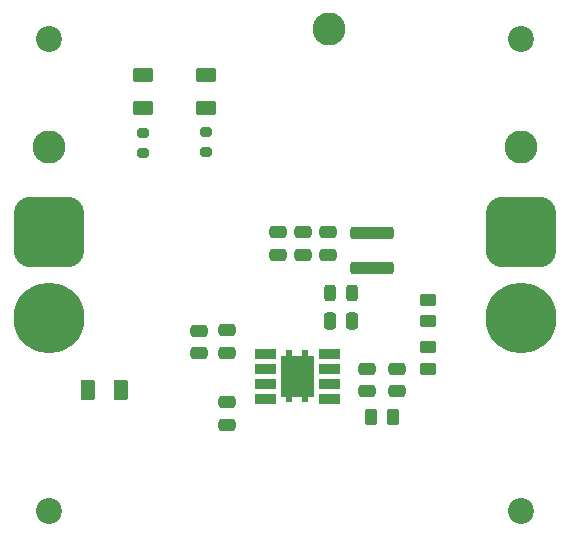
<source format=gbr>
%TF.GenerationSoftware,KiCad,Pcbnew,9.0.3*%
%TF.CreationDate,2025-09-19T13:58:25-05:00*%
%TF.ProjectId,galaxsea_26_pdb,67616c61-7873-4656-915f-32365f706462,rev?*%
%TF.SameCoordinates,Original*%
%TF.FileFunction,Soldermask,Top*%
%TF.FilePolarity,Negative*%
%FSLAX46Y46*%
G04 Gerber Fmt 4.6, Leading zero omitted, Abs format (unit mm)*
G04 Created by KiCad (PCBNEW 9.0.3) date 2025-09-19 13:58:25*
%MOMM*%
%LPD*%
G01*
G04 APERTURE LIST*
G04 Aperture macros list*
%AMRoundRect*
0 Rectangle with rounded corners*
0 $1 Rounding radius*
0 $2 $3 $4 $5 $6 $7 $8 $9 X,Y pos of 4 corners*
0 Add a 4 corners polygon primitive as box body*
4,1,4,$2,$3,$4,$5,$6,$7,$8,$9,$2,$3,0*
0 Add four circle primitives for the rounded corners*
1,1,$1+$1,$2,$3*
1,1,$1+$1,$4,$5*
1,1,$1+$1,$6,$7*
1,1,$1+$1,$8,$9*
0 Add four rect primitives between the rounded corners*
20,1,$1+$1,$2,$3,$4,$5,0*
20,1,$1+$1,$4,$5,$6,$7,0*
20,1,$1+$1,$6,$7,$8,$9,0*
20,1,$1+$1,$8,$9,$2,$3,0*%
G04 Aperture macros list end*
%ADD10C,0.010000*%
%ADD11C,6.000000*%
%ADD12RoundRect,1.500000X-1.500000X1.500000X-1.500000X-1.500000X1.500000X-1.500000X1.500000X1.500000X0*%
%ADD13RoundRect,0.200000X0.275000X-0.200000X0.275000X0.200000X-0.275000X0.200000X-0.275000X-0.200000X0*%
%ADD14RoundRect,0.250000X1.600000X-0.300000X1.600000X0.300000X-1.600000X0.300000X-1.600000X-0.300000X0*%
%ADD15C,0.604000*%
%ADD16C,2.200000*%
%ADD17RoundRect,0.250000X-0.450000X0.262500X-0.450000X-0.262500X0.450000X-0.262500X0.450000X0.262500X0*%
%ADD18RoundRect,0.250000X-0.250000X-0.475000X0.250000X-0.475000X0.250000X0.475000X-0.250000X0.475000X0*%
%ADD19RoundRect,0.250000X0.475000X-0.250000X0.475000X0.250000X-0.475000X0.250000X-0.475000X-0.250000X0*%
%ADD20C,2.800000*%
%ADD21RoundRect,0.250000X-0.475000X0.250000X-0.475000X-0.250000X0.475000X-0.250000X0.475000X0.250000X0*%
%ADD22RoundRect,0.250000X0.262500X0.450000X-0.262500X0.450000X-0.262500X-0.450000X0.262500X-0.450000X0*%
%ADD23RoundRect,0.250000X-0.625000X0.375000X-0.625000X-0.375000X0.625000X-0.375000X0.625000X0.375000X0*%
%ADD24RoundRect,0.250000X-0.375000X-0.625000X0.375000X-0.625000X0.375000X0.625000X-0.375000X0.625000X0*%
%ADD25RoundRect,0.243750X0.243750X0.456250X-0.243750X0.456250X-0.243750X-0.456250X0.243750X-0.456250X0*%
G04 APERTURE END LIST*
D10*
%TO.C,U1*%
X152345000Y-93050000D02*
X149635000Y-93050000D01*
X149635000Y-89650000D01*
X152345000Y-89650000D01*
X152345000Y-93050000D01*
G36*
X152345000Y-93050000D02*
G01*
X149635000Y-93050000D01*
X149635000Y-89650000D01*
X152345000Y-89650000D01*
X152345000Y-93050000D01*
G37*
X149093000Y-89076000D02*
X149095000Y-89076000D01*
X149098000Y-89077000D01*
X149100000Y-89077000D01*
X149103000Y-89078000D01*
X149105000Y-89079000D01*
X149108000Y-89080000D01*
X149110000Y-89082000D01*
X149112000Y-89083000D01*
X149114000Y-89085000D01*
X149116000Y-89086000D01*
X149118000Y-89088000D01*
X149120000Y-89090000D01*
X149122000Y-89092000D01*
X149124000Y-89094000D01*
X149125000Y-89096000D01*
X149127000Y-89098000D01*
X149128000Y-89100000D01*
X149130000Y-89102000D01*
X149131000Y-89105000D01*
X149132000Y-89107000D01*
X149133000Y-89110000D01*
X149133000Y-89112000D01*
X149134000Y-89115000D01*
X149134000Y-89117000D01*
X149135000Y-89120000D01*
X149135000Y-89122000D01*
X149135000Y-89125000D01*
X149135000Y-89765000D01*
X149135000Y-89768000D01*
X149135000Y-89770000D01*
X149134000Y-89773000D01*
X149134000Y-89775000D01*
X149133000Y-89778000D01*
X149133000Y-89780000D01*
X149132000Y-89783000D01*
X149131000Y-89785000D01*
X149130000Y-89788000D01*
X149128000Y-89790000D01*
X149127000Y-89792000D01*
X149125000Y-89794000D01*
X149124000Y-89796000D01*
X149122000Y-89798000D01*
X149120000Y-89800000D01*
X149118000Y-89802000D01*
X149116000Y-89804000D01*
X149114000Y-89805000D01*
X149112000Y-89807000D01*
X149110000Y-89808000D01*
X149108000Y-89810000D01*
X149105000Y-89811000D01*
X149103000Y-89812000D01*
X149100000Y-89813000D01*
X149098000Y-89813000D01*
X149095000Y-89814000D01*
X149093000Y-89814000D01*
X149090000Y-89815000D01*
X149088000Y-89815000D01*
X149085000Y-89815000D01*
X147495000Y-89815000D01*
X147492000Y-89815000D01*
X147490000Y-89815000D01*
X147487000Y-89814000D01*
X147485000Y-89814000D01*
X147482000Y-89813000D01*
X147480000Y-89813000D01*
X147477000Y-89812000D01*
X147475000Y-89811000D01*
X147472000Y-89810000D01*
X147470000Y-89808000D01*
X147468000Y-89807000D01*
X147466000Y-89805000D01*
X147464000Y-89804000D01*
X147462000Y-89802000D01*
X147460000Y-89800000D01*
X147458000Y-89798000D01*
X147456000Y-89796000D01*
X147455000Y-89794000D01*
X147453000Y-89792000D01*
X147452000Y-89790000D01*
X147450000Y-89788000D01*
X147449000Y-89785000D01*
X147448000Y-89783000D01*
X147447000Y-89780000D01*
X147447000Y-89778000D01*
X147446000Y-89775000D01*
X147446000Y-89773000D01*
X147445000Y-89770000D01*
X147445000Y-89768000D01*
X147445000Y-89765000D01*
X147445000Y-89125000D01*
X147445000Y-89122000D01*
X147445000Y-89120000D01*
X147446000Y-89117000D01*
X147446000Y-89115000D01*
X147447000Y-89112000D01*
X147447000Y-89110000D01*
X147448000Y-89107000D01*
X147449000Y-89105000D01*
X147450000Y-89102000D01*
X147452000Y-89100000D01*
X147453000Y-89098000D01*
X147455000Y-89096000D01*
X147456000Y-89094000D01*
X147458000Y-89092000D01*
X147460000Y-89090000D01*
X147462000Y-89088000D01*
X147464000Y-89086000D01*
X147466000Y-89085000D01*
X147468000Y-89083000D01*
X147470000Y-89082000D01*
X147472000Y-89080000D01*
X147475000Y-89079000D01*
X147477000Y-89078000D01*
X147480000Y-89077000D01*
X147482000Y-89077000D01*
X147485000Y-89076000D01*
X147487000Y-89076000D01*
X147490000Y-89075000D01*
X147492000Y-89075000D01*
X147495000Y-89075000D01*
X149085000Y-89075000D01*
X149088000Y-89075000D01*
X149090000Y-89075000D01*
X149093000Y-89076000D01*
G36*
X149093000Y-89076000D02*
G01*
X149095000Y-89076000D01*
X149098000Y-89077000D01*
X149100000Y-89077000D01*
X149103000Y-89078000D01*
X149105000Y-89079000D01*
X149108000Y-89080000D01*
X149110000Y-89082000D01*
X149112000Y-89083000D01*
X149114000Y-89085000D01*
X149116000Y-89086000D01*
X149118000Y-89088000D01*
X149120000Y-89090000D01*
X149122000Y-89092000D01*
X149124000Y-89094000D01*
X149125000Y-89096000D01*
X149127000Y-89098000D01*
X149128000Y-89100000D01*
X149130000Y-89102000D01*
X149131000Y-89105000D01*
X149132000Y-89107000D01*
X149133000Y-89110000D01*
X149133000Y-89112000D01*
X149134000Y-89115000D01*
X149134000Y-89117000D01*
X149135000Y-89120000D01*
X149135000Y-89122000D01*
X149135000Y-89125000D01*
X149135000Y-89765000D01*
X149135000Y-89768000D01*
X149135000Y-89770000D01*
X149134000Y-89773000D01*
X149134000Y-89775000D01*
X149133000Y-89778000D01*
X149133000Y-89780000D01*
X149132000Y-89783000D01*
X149131000Y-89785000D01*
X149130000Y-89788000D01*
X149128000Y-89790000D01*
X149127000Y-89792000D01*
X149125000Y-89794000D01*
X149124000Y-89796000D01*
X149122000Y-89798000D01*
X149120000Y-89800000D01*
X149118000Y-89802000D01*
X149116000Y-89804000D01*
X149114000Y-89805000D01*
X149112000Y-89807000D01*
X149110000Y-89808000D01*
X149108000Y-89810000D01*
X149105000Y-89811000D01*
X149103000Y-89812000D01*
X149100000Y-89813000D01*
X149098000Y-89813000D01*
X149095000Y-89814000D01*
X149093000Y-89814000D01*
X149090000Y-89815000D01*
X149088000Y-89815000D01*
X149085000Y-89815000D01*
X147495000Y-89815000D01*
X147492000Y-89815000D01*
X147490000Y-89815000D01*
X147487000Y-89814000D01*
X147485000Y-89814000D01*
X147482000Y-89813000D01*
X147480000Y-89813000D01*
X147477000Y-89812000D01*
X147475000Y-89811000D01*
X147472000Y-89810000D01*
X147470000Y-89808000D01*
X147468000Y-89807000D01*
X147466000Y-89805000D01*
X147464000Y-89804000D01*
X147462000Y-89802000D01*
X147460000Y-89800000D01*
X147458000Y-89798000D01*
X147456000Y-89796000D01*
X147455000Y-89794000D01*
X147453000Y-89792000D01*
X147452000Y-89790000D01*
X147450000Y-89788000D01*
X147449000Y-89785000D01*
X147448000Y-89783000D01*
X147447000Y-89780000D01*
X147447000Y-89778000D01*
X147446000Y-89775000D01*
X147446000Y-89773000D01*
X147445000Y-89770000D01*
X147445000Y-89768000D01*
X147445000Y-89765000D01*
X147445000Y-89125000D01*
X147445000Y-89122000D01*
X147445000Y-89120000D01*
X147446000Y-89117000D01*
X147446000Y-89115000D01*
X147447000Y-89112000D01*
X147447000Y-89110000D01*
X147448000Y-89107000D01*
X147449000Y-89105000D01*
X147450000Y-89102000D01*
X147452000Y-89100000D01*
X147453000Y-89098000D01*
X147455000Y-89096000D01*
X147456000Y-89094000D01*
X147458000Y-89092000D01*
X147460000Y-89090000D01*
X147462000Y-89088000D01*
X147464000Y-89086000D01*
X147466000Y-89085000D01*
X147468000Y-89083000D01*
X147470000Y-89082000D01*
X147472000Y-89080000D01*
X147475000Y-89079000D01*
X147477000Y-89078000D01*
X147480000Y-89077000D01*
X147482000Y-89077000D01*
X147485000Y-89076000D01*
X147487000Y-89076000D01*
X147490000Y-89075000D01*
X147492000Y-89075000D01*
X147495000Y-89075000D01*
X149085000Y-89075000D01*
X149088000Y-89075000D01*
X149090000Y-89075000D01*
X149093000Y-89076000D01*
G37*
X149093000Y-90346000D02*
X149095000Y-90346000D01*
X149098000Y-90347000D01*
X149100000Y-90347000D01*
X149103000Y-90348000D01*
X149105000Y-90349000D01*
X149108000Y-90350000D01*
X149110000Y-90352000D01*
X149112000Y-90353000D01*
X149114000Y-90355000D01*
X149116000Y-90356000D01*
X149118000Y-90358000D01*
X149120000Y-90360000D01*
X149122000Y-90362000D01*
X149124000Y-90364000D01*
X149125000Y-90366000D01*
X149127000Y-90368000D01*
X149128000Y-90370000D01*
X149130000Y-90372000D01*
X149131000Y-90375000D01*
X149132000Y-90377000D01*
X149133000Y-90380000D01*
X149133000Y-90382000D01*
X149134000Y-90385000D01*
X149134000Y-90387000D01*
X149135000Y-90390000D01*
X149135000Y-90392000D01*
X149135000Y-90395000D01*
X149135000Y-91035000D01*
X149135000Y-91038000D01*
X149135000Y-91040000D01*
X149134000Y-91043000D01*
X149134000Y-91045000D01*
X149133000Y-91048000D01*
X149133000Y-91050000D01*
X149132000Y-91053000D01*
X149131000Y-91055000D01*
X149130000Y-91058000D01*
X149128000Y-91060000D01*
X149127000Y-91062000D01*
X149125000Y-91064000D01*
X149124000Y-91066000D01*
X149122000Y-91068000D01*
X149120000Y-91070000D01*
X149118000Y-91072000D01*
X149116000Y-91074000D01*
X149114000Y-91075000D01*
X149112000Y-91077000D01*
X149110000Y-91078000D01*
X149108000Y-91080000D01*
X149105000Y-91081000D01*
X149103000Y-91082000D01*
X149100000Y-91083000D01*
X149098000Y-91083000D01*
X149095000Y-91084000D01*
X149093000Y-91084000D01*
X149090000Y-91085000D01*
X149088000Y-91085000D01*
X149085000Y-91085000D01*
X147495000Y-91085000D01*
X147492000Y-91085000D01*
X147490000Y-91085000D01*
X147487000Y-91084000D01*
X147485000Y-91084000D01*
X147482000Y-91083000D01*
X147480000Y-91083000D01*
X147477000Y-91082000D01*
X147475000Y-91081000D01*
X147472000Y-91080000D01*
X147470000Y-91078000D01*
X147468000Y-91077000D01*
X147466000Y-91075000D01*
X147464000Y-91074000D01*
X147462000Y-91072000D01*
X147460000Y-91070000D01*
X147458000Y-91068000D01*
X147456000Y-91066000D01*
X147455000Y-91064000D01*
X147453000Y-91062000D01*
X147452000Y-91060000D01*
X147450000Y-91058000D01*
X147449000Y-91055000D01*
X147448000Y-91053000D01*
X147447000Y-91050000D01*
X147447000Y-91048000D01*
X147446000Y-91045000D01*
X147446000Y-91043000D01*
X147445000Y-91040000D01*
X147445000Y-91038000D01*
X147445000Y-91035000D01*
X147445000Y-90395000D01*
X147445000Y-90392000D01*
X147445000Y-90390000D01*
X147446000Y-90387000D01*
X147446000Y-90385000D01*
X147447000Y-90382000D01*
X147447000Y-90380000D01*
X147448000Y-90377000D01*
X147449000Y-90375000D01*
X147450000Y-90372000D01*
X147452000Y-90370000D01*
X147453000Y-90368000D01*
X147455000Y-90366000D01*
X147456000Y-90364000D01*
X147458000Y-90362000D01*
X147460000Y-90360000D01*
X147462000Y-90358000D01*
X147464000Y-90356000D01*
X147466000Y-90355000D01*
X147468000Y-90353000D01*
X147470000Y-90352000D01*
X147472000Y-90350000D01*
X147475000Y-90349000D01*
X147477000Y-90348000D01*
X147480000Y-90347000D01*
X147482000Y-90347000D01*
X147485000Y-90346000D01*
X147487000Y-90346000D01*
X147490000Y-90345000D01*
X147492000Y-90345000D01*
X147495000Y-90345000D01*
X149085000Y-90345000D01*
X149088000Y-90345000D01*
X149090000Y-90345000D01*
X149093000Y-90346000D01*
G36*
X149093000Y-90346000D02*
G01*
X149095000Y-90346000D01*
X149098000Y-90347000D01*
X149100000Y-90347000D01*
X149103000Y-90348000D01*
X149105000Y-90349000D01*
X149108000Y-90350000D01*
X149110000Y-90352000D01*
X149112000Y-90353000D01*
X149114000Y-90355000D01*
X149116000Y-90356000D01*
X149118000Y-90358000D01*
X149120000Y-90360000D01*
X149122000Y-90362000D01*
X149124000Y-90364000D01*
X149125000Y-90366000D01*
X149127000Y-90368000D01*
X149128000Y-90370000D01*
X149130000Y-90372000D01*
X149131000Y-90375000D01*
X149132000Y-90377000D01*
X149133000Y-90380000D01*
X149133000Y-90382000D01*
X149134000Y-90385000D01*
X149134000Y-90387000D01*
X149135000Y-90390000D01*
X149135000Y-90392000D01*
X149135000Y-90395000D01*
X149135000Y-91035000D01*
X149135000Y-91038000D01*
X149135000Y-91040000D01*
X149134000Y-91043000D01*
X149134000Y-91045000D01*
X149133000Y-91048000D01*
X149133000Y-91050000D01*
X149132000Y-91053000D01*
X149131000Y-91055000D01*
X149130000Y-91058000D01*
X149128000Y-91060000D01*
X149127000Y-91062000D01*
X149125000Y-91064000D01*
X149124000Y-91066000D01*
X149122000Y-91068000D01*
X149120000Y-91070000D01*
X149118000Y-91072000D01*
X149116000Y-91074000D01*
X149114000Y-91075000D01*
X149112000Y-91077000D01*
X149110000Y-91078000D01*
X149108000Y-91080000D01*
X149105000Y-91081000D01*
X149103000Y-91082000D01*
X149100000Y-91083000D01*
X149098000Y-91083000D01*
X149095000Y-91084000D01*
X149093000Y-91084000D01*
X149090000Y-91085000D01*
X149088000Y-91085000D01*
X149085000Y-91085000D01*
X147495000Y-91085000D01*
X147492000Y-91085000D01*
X147490000Y-91085000D01*
X147487000Y-91084000D01*
X147485000Y-91084000D01*
X147482000Y-91083000D01*
X147480000Y-91083000D01*
X147477000Y-91082000D01*
X147475000Y-91081000D01*
X147472000Y-91080000D01*
X147470000Y-91078000D01*
X147468000Y-91077000D01*
X147466000Y-91075000D01*
X147464000Y-91074000D01*
X147462000Y-91072000D01*
X147460000Y-91070000D01*
X147458000Y-91068000D01*
X147456000Y-91066000D01*
X147455000Y-91064000D01*
X147453000Y-91062000D01*
X147452000Y-91060000D01*
X147450000Y-91058000D01*
X147449000Y-91055000D01*
X147448000Y-91053000D01*
X147447000Y-91050000D01*
X147447000Y-91048000D01*
X147446000Y-91045000D01*
X147446000Y-91043000D01*
X147445000Y-91040000D01*
X147445000Y-91038000D01*
X147445000Y-91035000D01*
X147445000Y-90395000D01*
X147445000Y-90392000D01*
X147445000Y-90390000D01*
X147446000Y-90387000D01*
X147446000Y-90385000D01*
X147447000Y-90382000D01*
X147447000Y-90380000D01*
X147448000Y-90377000D01*
X147449000Y-90375000D01*
X147450000Y-90372000D01*
X147452000Y-90370000D01*
X147453000Y-90368000D01*
X147455000Y-90366000D01*
X147456000Y-90364000D01*
X147458000Y-90362000D01*
X147460000Y-90360000D01*
X147462000Y-90358000D01*
X147464000Y-90356000D01*
X147466000Y-90355000D01*
X147468000Y-90353000D01*
X147470000Y-90352000D01*
X147472000Y-90350000D01*
X147475000Y-90349000D01*
X147477000Y-90348000D01*
X147480000Y-90347000D01*
X147482000Y-90347000D01*
X147485000Y-90346000D01*
X147487000Y-90346000D01*
X147490000Y-90345000D01*
X147492000Y-90345000D01*
X147495000Y-90345000D01*
X149085000Y-90345000D01*
X149088000Y-90345000D01*
X149090000Y-90345000D01*
X149093000Y-90346000D01*
G37*
X149093000Y-91616000D02*
X149095000Y-91616000D01*
X149098000Y-91617000D01*
X149100000Y-91617000D01*
X149103000Y-91618000D01*
X149105000Y-91619000D01*
X149108000Y-91620000D01*
X149110000Y-91622000D01*
X149112000Y-91623000D01*
X149114000Y-91625000D01*
X149116000Y-91626000D01*
X149118000Y-91628000D01*
X149120000Y-91630000D01*
X149122000Y-91632000D01*
X149124000Y-91634000D01*
X149125000Y-91636000D01*
X149127000Y-91638000D01*
X149128000Y-91640000D01*
X149130000Y-91642000D01*
X149131000Y-91645000D01*
X149132000Y-91647000D01*
X149133000Y-91650000D01*
X149133000Y-91652000D01*
X149134000Y-91655000D01*
X149134000Y-91657000D01*
X149135000Y-91660000D01*
X149135000Y-91662000D01*
X149135000Y-91665000D01*
X149135000Y-92305000D01*
X149135000Y-92308000D01*
X149135000Y-92310000D01*
X149134000Y-92313000D01*
X149134000Y-92315000D01*
X149133000Y-92318000D01*
X149133000Y-92320000D01*
X149132000Y-92323000D01*
X149131000Y-92325000D01*
X149130000Y-92328000D01*
X149128000Y-92330000D01*
X149127000Y-92332000D01*
X149125000Y-92334000D01*
X149124000Y-92336000D01*
X149122000Y-92338000D01*
X149120000Y-92340000D01*
X149118000Y-92342000D01*
X149116000Y-92344000D01*
X149114000Y-92345000D01*
X149112000Y-92347000D01*
X149110000Y-92348000D01*
X149108000Y-92350000D01*
X149105000Y-92351000D01*
X149103000Y-92352000D01*
X149100000Y-92353000D01*
X149098000Y-92353000D01*
X149095000Y-92354000D01*
X149093000Y-92354000D01*
X149090000Y-92355000D01*
X149088000Y-92355000D01*
X149085000Y-92355000D01*
X147495000Y-92355000D01*
X147492000Y-92355000D01*
X147490000Y-92355000D01*
X147487000Y-92354000D01*
X147485000Y-92354000D01*
X147482000Y-92353000D01*
X147480000Y-92353000D01*
X147477000Y-92352000D01*
X147475000Y-92351000D01*
X147472000Y-92350000D01*
X147470000Y-92348000D01*
X147468000Y-92347000D01*
X147466000Y-92345000D01*
X147464000Y-92344000D01*
X147462000Y-92342000D01*
X147460000Y-92340000D01*
X147458000Y-92338000D01*
X147456000Y-92336000D01*
X147455000Y-92334000D01*
X147453000Y-92332000D01*
X147452000Y-92330000D01*
X147450000Y-92328000D01*
X147449000Y-92325000D01*
X147448000Y-92323000D01*
X147447000Y-92320000D01*
X147447000Y-92318000D01*
X147446000Y-92315000D01*
X147446000Y-92313000D01*
X147445000Y-92310000D01*
X147445000Y-92308000D01*
X147445000Y-92305000D01*
X147445000Y-91665000D01*
X147445000Y-91662000D01*
X147445000Y-91660000D01*
X147446000Y-91657000D01*
X147446000Y-91655000D01*
X147447000Y-91652000D01*
X147447000Y-91650000D01*
X147448000Y-91647000D01*
X147449000Y-91645000D01*
X147450000Y-91642000D01*
X147452000Y-91640000D01*
X147453000Y-91638000D01*
X147455000Y-91636000D01*
X147456000Y-91634000D01*
X147458000Y-91632000D01*
X147460000Y-91630000D01*
X147462000Y-91628000D01*
X147464000Y-91626000D01*
X147466000Y-91625000D01*
X147468000Y-91623000D01*
X147470000Y-91622000D01*
X147472000Y-91620000D01*
X147475000Y-91619000D01*
X147477000Y-91618000D01*
X147480000Y-91617000D01*
X147482000Y-91617000D01*
X147485000Y-91616000D01*
X147487000Y-91616000D01*
X147490000Y-91615000D01*
X147492000Y-91615000D01*
X147495000Y-91615000D01*
X149085000Y-91615000D01*
X149088000Y-91615000D01*
X149090000Y-91615000D01*
X149093000Y-91616000D01*
G36*
X149093000Y-91616000D02*
G01*
X149095000Y-91616000D01*
X149098000Y-91617000D01*
X149100000Y-91617000D01*
X149103000Y-91618000D01*
X149105000Y-91619000D01*
X149108000Y-91620000D01*
X149110000Y-91622000D01*
X149112000Y-91623000D01*
X149114000Y-91625000D01*
X149116000Y-91626000D01*
X149118000Y-91628000D01*
X149120000Y-91630000D01*
X149122000Y-91632000D01*
X149124000Y-91634000D01*
X149125000Y-91636000D01*
X149127000Y-91638000D01*
X149128000Y-91640000D01*
X149130000Y-91642000D01*
X149131000Y-91645000D01*
X149132000Y-91647000D01*
X149133000Y-91650000D01*
X149133000Y-91652000D01*
X149134000Y-91655000D01*
X149134000Y-91657000D01*
X149135000Y-91660000D01*
X149135000Y-91662000D01*
X149135000Y-91665000D01*
X149135000Y-92305000D01*
X149135000Y-92308000D01*
X149135000Y-92310000D01*
X149134000Y-92313000D01*
X149134000Y-92315000D01*
X149133000Y-92318000D01*
X149133000Y-92320000D01*
X149132000Y-92323000D01*
X149131000Y-92325000D01*
X149130000Y-92328000D01*
X149128000Y-92330000D01*
X149127000Y-92332000D01*
X149125000Y-92334000D01*
X149124000Y-92336000D01*
X149122000Y-92338000D01*
X149120000Y-92340000D01*
X149118000Y-92342000D01*
X149116000Y-92344000D01*
X149114000Y-92345000D01*
X149112000Y-92347000D01*
X149110000Y-92348000D01*
X149108000Y-92350000D01*
X149105000Y-92351000D01*
X149103000Y-92352000D01*
X149100000Y-92353000D01*
X149098000Y-92353000D01*
X149095000Y-92354000D01*
X149093000Y-92354000D01*
X149090000Y-92355000D01*
X149088000Y-92355000D01*
X149085000Y-92355000D01*
X147495000Y-92355000D01*
X147492000Y-92355000D01*
X147490000Y-92355000D01*
X147487000Y-92354000D01*
X147485000Y-92354000D01*
X147482000Y-92353000D01*
X147480000Y-92353000D01*
X147477000Y-92352000D01*
X147475000Y-92351000D01*
X147472000Y-92350000D01*
X147470000Y-92348000D01*
X147468000Y-92347000D01*
X147466000Y-92345000D01*
X147464000Y-92344000D01*
X147462000Y-92342000D01*
X147460000Y-92340000D01*
X147458000Y-92338000D01*
X147456000Y-92336000D01*
X147455000Y-92334000D01*
X147453000Y-92332000D01*
X147452000Y-92330000D01*
X147450000Y-92328000D01*
X147449000Y-92325000D01*
X147448000Y-92323000D01*
X147447000Y-92320000D01*
X147447000Y-92318000D01*
X147446000Y-92315000D01*
X147446000Y-92313000D01*
X147445000Y-92310000D01*
X147445000Y-92308000D01*
X147445000Y-92305000D01*
X147445000Y-91665000D01*
X147445000Y-91662000D01*
X147445000Y-91660000D01*
X147446000Y-91657000D01*
X147446000Y-91655000D01*
X147447000Y-91652000D01*
X147447000Y-91650000D01*
X147448000Y-91647000D01*
X147449000Y-91645000D01*
X147450000Y-91642000D01*
X147452000Y-91640000D01*
X147453000Y-91638000D01*
X147455000Y-91636000D01*
X147456000Y-91634000D01*
X147458000Y-91632000D01*
X147460000Y-91630000D01*
X147462000Y-91628000D01*
X147464000Y-91626000D01*
X147466000Y-91625000D01*
X147468000Y-91623000D01*
X147470000Y-91622000D01*
X147472000Y-91620000D01*
X147475000Y-91619000D01*
X147477000Y-91618000D01*
X147480000Y-91617000D01*
X147482000Y-91617000D01*
X147485000Y-91616000D01*
X147487000Y-91616000D01*
X147490000Y-91615000D01*
X147492000Y-91615000D01*
X147495000Y-91615000D01*
X149085000Y-91615000D01*
X149088000Y-91615000D01*
X149090000Y-91615000D01*
X149093000Y-91616000D01*
G37*
X149093000Y-92886000D02*
X149095000Y-92886000D01*
X149098000Y-92887000D01*
X149100000Y-92887000D01*
X149103000Y-92888000D01*
X149105000Y-92889000D01*
X149108000Y-92890000D01*
X149110000Y-92892000D01*
X149112000Y-92893000D01*
X149114000Y-92895000D01*
X149116000Y-92896000D01*
X149118000Y-92898000D01*
X149120000Y-92900000D01*
X149122000Y-92902000D01*
X149124000Y-92904000D01*
X149125000Y-92906000D01*
X149127000Y-92908000D01*
X149128000Y-92910000D01*
X149130000Y-92912000D01*
X149131000Y-92915000D01*
X149132000Y-92917000D01*
X149133000Y-92920000D01*
X149133000Y-92922000D01*
X149134000Y-92925000D01*
X149134000Y-92927000D01*
X149135000Y-92930000D01*
X149135000Y-92932000D01*
X149135000Y-92935000D01*
X149135000Y-93575000D01*
X149135000Y-93578000D01*
X149135000Y-93580000D01*
X149134000Y-93583000D01*
X149134000Y-93585000D01*
X149133000Y-93588000D01*
X149133000Y-93590000D01*
X149132000Y-93593000D01*
X149131000Y-93595000D01*
X149130000Y-93598000D01*
X149128000Y-93600000D01*
X149127000Y-93602000D01*
X149125000Y-93604000D01*
X149124000Y-93606000D01*
X149122000Y-93608000D01*
X149120000Y-93610000D01*
X149118000Y-93612000D01*
X149116000Y-93614000D01*
X149114000Y-93615000D01*
X149112000Y-93617000D01*
X149110000Y-93618000D01*
X149108000Y-93620000D01*
X149105000Y-93621000D01*
X149103000Y-93622000D01*
X149100000Y-93623000D01*
X149098000Y-93623000D01*
X149095000Y-93624000D01*
X149093000Y-93624000D01*
X149090000Y-93625000D01*
X149088000Y-93625000D01*
X149085000Y-93625000D01*
X147495000Y-93625000D01*
X147492000Y-93625000D01*
X147490000Y-93625000D01*
X147487000Y-93624000D01*
X147485000Y-93624000D01*
X147482000Y-93623000D01*
X147480000Y-93623000D01*
X147477000Y-93622000D01*
X147475000Y-93621000D01*
X147472000Y-93620000D01*
X147470000Y-93618000D01*
X147468000Y-93617000D01*
X147466000Y-93615000D01*
X147464000Y-93614000D01*
X147462000Y-93612000D01*
X147460000Y-93610000D01*
X147458000Y-93608000D01*
X147456000Y-93606000D01*
X147455000Y-93604000D01*
X147453000Y-93602000D01*
X147452000Y-93600000D01*
X147450000Y-93598000D01*
X147449000Y-93595000D01*
X147448000Y-93593000D01*
X147447000Y-93590000D01*
X147447000Y-93588000D01*
X147446000Y-93585000D01*
X147446000Y-93583000D01*
X147445000Y-93580000D01*
X147445000Y-93578000D01*
X147445000Y-93575000D01*
X147445000Y-92935000D01*
X147445000Y-92932000D01*
X147445000Y-92930000D01*
X147446000Y-92927000D01*
X147446000Y-92925000D01*
X147447000Y-92922000D01*
X147447000Y-92920000D01*
X147448000Y-92917000D01*
X147449000Y-92915000D01*
X147450000Y-92912000D01*
X147452000Y-92910000D01*
X147453000Y-92908000D01*
X147455000Y-92906000D01*
X147456000Y-92904000D01*
X147458000Y-92902000D01*
X147460000Y-92900000D01*
X147462000Y-92898000D01*
X147464000Y-92896000D01*
X147466000Y-92895000D01*
X147468000Y-92893000D01*
X147470000Y-92892000D01*
X147472000Y-92890000D01*
X147475000Y-92889000D01*
X147477000Y-92888000D01*
X147480000Y-92887000D01*
X147482000Y-92887000D01*
X147485000Y-92886000D01*
X147487000Y-92886000D01*
X147490000Y-92885000D01*
X147492000Y-92885000D01*
X147495000Y-92885000D01*
X149085000Y-92885000D01*
X149088000Y-92885000D01*
X149090000Y-92885000D01*
X149093000Y-92886000D01*
G36*
X149093000Y-92886000D02*
G01*
X149095000Y-92886000D01*
X149098000Y-92887000D01*
X149100000Y-92887000D01*
X149103000Y-92888000D01*
X149105000Y-92889000D01*
X149108000Y-92890000D01*
X149110000Y-92892000D01*
X149112000Y-92893000D01*
X149114000Y-92895000D01*
X149116000Y-92896000D01*
X149118000Y-92898000D01*
X149120000Y-92900000D01*
X149122000Y-92902000D01*
X149124000Y-92904000D01*
X149125000Y-92906000D01*
X149127000Y-92908000D01*
X149128000Y-92910000D01*
X149130000Y-92912000D01*
X149131000Y-92915000D01*
X149132000Y-92917000D01*
X149133000Y-92920000D01*
X149133000Y-92922000D01*
X149134000Y-92925000D01*
X149134000Y-92927000D01*
X149135000Y-92930000D01*
X149135000Y-92932000D01*
X149135000Y-92935000D01*
X149135000Y-93575000D01*
X149135000Y-93578000D01*
X149135000Y-93580000D01*
X149134000Y-93583000D01*
X149134000Y-93585000D01*
X149133000Y-93588000D01*
X149133000Y-93590000D01*
X149132000Y-93593000D01*
X149131000Y-93595000D01*
X149130000Y-93598000D01*
X149128000Y-93600000D01*
X149127000Y-93602000D01*
X149125000Y-93604000D01*
X149124000Y-93606000D01*
X149122000Y-93608000D01*
X149120000Y-93610000D01*
X149118000Y-93612000D01*
X149116000Y-93614000D01*
X149114000Y-93615000D01*
X149112000Y-93617000D01*
X149110000Y-93618000D01*
X149108000Y-93620000D01*
X149105000Y-93621000D01*
X149103000Y-93622000D01*
X149100000Y-93623000D01*
X149098000Y-93623000D01*
X149095000Y-93624000D01*
X149093000Y-93624000D01*
X149090000Y-93625000D01*
X149088000Y-93625000D01*
X149085000Y-93625000D01*
X147495000Y-93625000D01*
X147492000Y-93625000D01*
X147490000Y-93625000D01*
X147487000Y-93624000D01*
X147485000Y-93624000D01*
X147482000Y-93623000D01*
X147480000Y-93623000D01*
X147477000Y-93622000D01*
X147475000Y-93621000D01*
X147472000Y-93620000D01*
X147470000Y-93618000D01*
X147468000Y-93617000D01*
X147466000Y-93615000D01*
X147464000Y-93614000D01*
X147462000Y-93612000D01*
X147460000Y-93610000D01*
X147458000Y-93608000D01*
X147456000Y-93606000D01*
X147455000Y-93604000D01*
X147453000Y-93602000D01*
X147452000Y-93600000D01*
X147450000Y-93598000D01*
X147449000Y-93595000D01*
X147448000Y-93593000D01*
X147447000Y-93590000D01*
X147447000Y-93588000D01*
X147446000Y-93585000D01*
X147446000Y-93583000D01*
X147445000Y-93580000D01*
X147445000Y-93578000D01*
X147445000Y-93575000D01*
X147445000Y-92935000D01*
X147445000Y-92932000D01*
X147445000Y-92930000D01*
X147446000Y-92927000D01*
X147446000Y-92925000D01*
X147447000Y-92922000D01*
X147447000Y-92920000D01*
X147448000Y-92917000D01*
X147449000Y-92915000D01*
X147450000Y-92912000D01*
X147452000Y-92910000D01*
X147453000Y-92908000D01*
X147455000Y-92906000D01*
X147456000Y-92904000D01*
X147458000Y-92902000D01*
X147460000Y-92900000D01*
X147462000Y-92898000D01*
X147464000Y-92896000D01*
X147466000Y-92895000D01*
X147468000Y-92893000D01*
X147470000Y-92892000D01*
X147472000Y-92890000D01*
X147475000Y-92889000D01*
X147477000Y-92888000D01*
X147480000Y-92887000D01*
X147482000Y-92887000D01*
X147485000Y-92886000D01*
X147487000Y-92886000D01*
X147490000Y-92885000D01*
X147492000Y-92885000D01*
X147495000Y-92885000D01*
X149085000Y-92885000D01*
X149088000Y-92885000D01*
X149090000Y-92885000D01*
X149093000Y-92886000D01*
G37*
X154493000Y-89076000D02*
X154495000Y-89076000D01*
X154498000Y-89077000D01*
X154500000Y-89077000D01*
X154503000Y-89078000D01*
X154505000Y-89079000D01*
X154508000Y-89080000D01*
X154510000Y-89082000D01*
X154512000Y-89083000D01*
X154514000Y-89085000D01*
X154516000Y-89086000D01*
X154518000Y-89088000D01*
X154520000Y-89090000D01*
X154522000Y-89092000D01*
X154524000Y-89094000D01*
X154525000Y-89096000D01*
X154527000Y-89098000D01*
X154528000Y-89100000D01*
X154530000Y-89102000D01*
X154531000Y-89105000D01*
X154532000Y-89107000D01*
X154533000Y-89110000D01*
X154533000Y-89112000D01*
X154534000Y-89115000D01*
X154534000Y-89117000D01*
X154535000Y-89120000D01*
X154535000Y-89122000D01*
X154535000Y-89125000D01*
X154535000Y-89765000D01*
X154535000Y-89768000D01*
X154535000Y-89770000D01*
X154534000Y-89773000D01*
X154534000Y-89775000D01*
X154533000Y-89778000D01*
X154533000Y-89780000D01*
X154532000Y-89783000D01*
X154531000Y-89785000D01*
X154530000Y-89788000D01*
X154528000Y-89790000D01*
X154527000Y-89792000D01*
X154525000Y-89794000D01*
X154524000Y-89796000D01*
X154522000Y-89798000D01*
X154520000Y-89800000D01*
X154518000Y-89802000D01*
X154516000Y-89804000D01*
X154514000Y-89805000D01*
X154512000Y-89807000D01*
X154510000Y-89808000D01*
X154508000Y-89810000D01*
X154505000Y-89811000D01*
X154503000Y-89812000D01*
X154500000Y-89813000D01*
X154498000Y-89813000D01*
X154495000Y-89814000D01*
X154493000Y-89814000D01*
X154490000Y-89815000D01*
X154488000Y-89815000D01*
X154485000Y-89815000D01*
X152895000Y-89815000D01*
X152892000Y-89815000D01*
X152890000Y-89815000D01*
X152887000Y-89814000D01*
X152885000Y-89814000D01*
X152882000Y-89813000D01*
X152880000Y-89813000D01*
X152877000Y-89812000D01*
X152875000Y-89811000D01*
X152872000Y-89810000D01*
X152870000Y-89808000D01*
X152868000Y-89807000D01*
X152866000Y-89805000D01*
X152864000Y-89804000D01*
X152862000Y-89802000D01*
X152860000Y-89800000D01*
X152858000Y-89798000D01*
X152856000Y-89796000D01*
X152855000Y-89794000D01*
X152853000Y-89792000D01*
X152852000Y-89790000D01*
X152850000Y-89788000D01*
X152849000Y-89785000D01*
X152848000Y-89783000D01*
X152847000Y-89780000D01*
X152847000Y-89778000D01*
X152846000Y-89775000D01*
X152846000Y-89773000D01*
X152845000Y-89770000D01*
X152845000Y-89768000D01*
X152845000Y-89765000D01*
X152845000Y-89125000D01*
X152845000Y-89122000D01*
X152845000Y-89120000D01*
X152846000Y-89117000D01*
X152846000Y-89115000D01*
X152847000Y-89112000D01*
X152847000Y-89110000D01*
X152848000Y-89107000D01*
X152849000Y-89105000D01*
X152850000Y-89102000D01*
X152852000Y-89100000D01*
X152853000Y-89098000D01*
X152855000Y-89096000D01*
X152856000Y-89094000D01*
X152858000Y-89092000D01*
X152860000Y-89090000D01*
X152862000Y-89088000D01*
X152864000Y-89086000D01*
X152866000Y-89085000D01*
X152868000Y-89083000D01*
X152870000Y-89082000D01*
X152872000Y-89080000D01*
X152875000Y-89079000D01*
X152877000Y-89078000D01*
X152880000Y-89077000D01*
X152882000Y-89077000D01*
X152885000Y-89076000D01*
X152887000Y-89076000D01*
X152890000Y-89075000D01*
X152892000Y-89075000D01*
X152895000Y-89075000D01*
X154485000Y-89075000D01*
X154488000Y-89075000D01*
X154490000Y-89075000D01*
X154493000Y-89076000D01*
G36*
X154493000Y-89076000D02*
G01*
X154495000Y-89076000D01*
X154498000Y-89077000D01*
X154500000Y-89077000D01*
X154503000Y-89078000D01*
X154505000Y-89079000D01*
X154508000Y-89080000D01*
X154510000Y-89082000D01*
X154512000Y-89083000D01*
X154514000Y-89085000D01*
X154516000Y-89086000D01*
X154518000Y-89088000D01*
X154520000Y-89090000D01*
X154522000Y-89092000D01*
X154524000Y-89094000D01*
X154525000Y-89096000D01*
X154527000Y-89098000D01*
X154528000Y-89100000D01*
X154530000Y-89102000D01*
X154531000Y-89105000D01*
X154532000Y-89107000D01*
X154533000Y-89110000D01*
X154533000Y-89112000D01*
X154534000Y-89115000D01*
X154534000Y-89117000D01*
X154535000Y-89120000D01*
X154535000Y-89122000D01*
X154535000Y-89125000D01*
X154535000Y-89765000D01*
X154535000Y-89768000D01*
X154535000Y-89770000D01*
X154534000Y-89773000D01*
X154534000Y-89775000D01*
X154533000Y-89778000D01*
X154533000Y-89780000D01*
X154532000Y-89783000D01*
X154531000Y-89785000D01*
X154530000Y-89788000D01*
X154528000Y-89790000D01*
X154527000Y-89792000D01*
X154525000Y-89794000D01*
X154524000Y-89796000D01*
X154522000Y-89798000D01*
X154520000Y-89800000D01*
X154518000Y-89802000D01*
X154516000Y-89804000D01*
X154514000Y-89805000D01*
X154512000Y-89807000D01*
X154510000Y-89808000D01*
X154508000Y-89810000D01*
X154505000Y-89811000D01*
X154503000Y-89812000D01*
X154500000Y-89813000D01*
X154498000Y-89813000D01*
X154495000Y-89814000D01*
X154493000Y-89814000D01*
X154490000Y-89815000D01*
X154488000Y-89815000D01*
X154485000Y-89815000D01*
X152895000Y-89815000D01*
X152892000Y-89815000D01*
X152890000Y-89815000D01*
X152887000Y-89814000D01*
X152885000Y-89814000D01*
X152882000Y-89813000D01*
X152880000Y-89813000D01*
X152877000Y-89812000D01*
X152875000Y-89811000D01*
X152872000Y-89810000D01*
X152870000Y-89808000D01*
X152868000Y-89807000D01*
X152866000Y-89805000D01*
X152864000Y-89804000D01*
X152862000Y-89802000D01*
X152860000Y-89800000D01*
X152858000Y-89798000D01*
X152856000Y-89796000D01*
X152855000Y-89794000D01*
X152853000Y-89792000D01*
X152852000Y-89790000D01*
X152850000Y-89788000D01*
X152849000Y-89785000D01*
X152848000Y-89783000D01*
X152847000Y-89780000D01*
X152847000Y-89778000D01*
X152846000Y-89775000D01*
X152846000Y-89773000D01*
X152845000Y-89770000D01*
X152845000Y-89768000D01*
X152845000Y-89765000D01*
X152845000Y-89125000D01*
X152845000Y-89122000D01*
X152845000Y-89120000D01*
X152846000Y-89117000D01*
X152846000Y-89115000D01*
X152847000Y-89112000D01*
X152847000Y-89110000D01*
X152848000Y-89107000D01*
X152849000Y-89105000D01*
X152850000Y-89102000D01*
X152852000Y-89100000D01*
X152853000Y-89098000D01*
X152855000Y-89096000D01*
X152856000Y-89094000D01*
X152858000Y-89092000D01*
X152860000Y-89090000D01*
X152862000Y-89088000D01*
X152864000Y-89086000D01*
X152866000Y-89085000D01*
X152868000Y-89083000D01*
X152870000Y-89082000D01*
X152872000Y-89080000D01*
X152875000Y-89079000D01*
X152877000Y-89078000D01*
X152880000Y-89077000D01*
X152882000Y-89077000D01*
X152885000Y-89076000D01*
X152887000Y-89076000D01*
X152890000Y-89075000D01*
X152892000Y-89075000D01*
X152895000Y-89075000D01*
X154485000Y-89075000D01*
X154488000Y-89075000D01*
X154490000Y-89075000D01*
X154493000Y-89076000D01*
G37*
X154493000Y-90346000D02*
X154495000Y-90346000D01*
X154498000Y-90347000D01*
X154500000Y-90347000D01*
X154503000Y-90348000D01*
X154505000Y-90349000D01*
X154508000Y-90350000D01*
X154510000Y-90352000D01*
X154512000Y-90353000D01*
X154514000Y-90355000D01*
X154516000Y-90356000D01*
X154518000Y-90358000D01*
X154520000Y-90360000D01*
X154522000Y-90362000D01*
X154524000Y-90364000D01*
X154525000Y-90366000D01*
X154527000Y-90368000D01*
X154528000Y-90370000D01*
X154530000Y-90372000D01*
X154531000Y-90375000D01*
X154532000Y-90377000D01*
X154533000Y-90380000D01*
X154533000Y-90382000D01*
X154534000Y-90385000D01*
X154534000Y-90387000D01*
X154535000Y-90390000D01*
X154535000Y-90392000D01*
X154535000Y-90395000D01*
X154535000Y-91035000D01*
X154535000Y-91038000D01*
X154535000Y-91040000D01*
X154534000Y-91043000D01*
X154534000Y-91045000D01*
X154533000Y-91048000D01*
X154533000Y-91050000D01*
X154532000Y-91053000D01*
X154531000Y-91055000D01*
X154530000Y-91058000D01*
X154528000Y-91060000D01*
X154527000Y-91062000D01*
X154525000Y-91064000D01*
X154524000Y-91066000D01*
X154522000Y-91068000D01*
X154520000Y-91070000D01*
X154518000Y-91072000D01*
X154516000Y-91074000D01*
X154514000Y-91075000D01*
X154512000Y-91077000D01*
X154510000Y-91078000D01*
X154508000Y-91080000D01*
X154505000Y-91081000D01*
X154503000Y-91082000D01*
X154500000Y-91083000D01*
X154498000Y-91083000D01*
X154495000Y-91084000D01*
X154493000Y-91084000D01*
X154490000Y-91085000D01*
X154488000Y-91085000D01*
X154485000Y-91085000D01*
X152895000Y-91085000D01*
X152892000Y-91085000D01*
X152890000Y-91085000D01*
X152887000Y-91084000D01*
X152885000Y-91084000D01*
X152882000Y-91083000D01*
X152880000Y-91083000D01*
X152877000Y-91082000D01*
X152875000Y-91081000D01*
X152872000Y-91080000D01*
X152870000Y-91078000D01*
X152868000Y-91077000D01*
X152866000Y-91075000D01*
X152864000Y-91074000D01*
X152862000Y-91072000D01*
X152860000Y-91070000D01*
X152858000Y-91068000D01*
X152856000Y-91066000D01*
X152855000Y-91064000D01*
X152853000Y-91062000D01*
X152852000Y-91060000D01*
X152850000Y-91058000D01*
X152849000Y-91055000D01*
X152848000Y-91053000D01*
X152847000Y-91050000D01*
X152847000Y-91048000D01*
X152846000Y-91045000D01*
X152846000Y-91043000D01*
X152845000Y-91040000D01*
X152845000Y-91038000D01*
X152845000Y-91035000D01*
X152845000Y-90395000D01*
X152845000Y-90392000D01*
X152845000Y-90390000D01*
X152846000Y-90387000D01*
X152846000Y-90385000D01*
X152847000Y-90382000D01*
X152847000Y-90380000D01*
X152848000Y-90377000D01*
X152849000Y-90375000D01*
X152850000Y-90372000D01*
X152852000Y-90370000D01*
X152853000Y-90368000D01*
X152855000Y-90366000D01*
X152856000Y-90364000D01*
X152858000Y-90362000D01*
X152860000Y-90360000D01*
X152862000Y-90358000D01*
X152864000Y-90356000D01*
X152866000Y-90355000D01*
X152868000Y-90353000D01*
X152870000Y-90352000D01*
X152872000Y-90350000D01*
X152875000Y-90349000D01*
X152877000Y-90348000D01*
X152880000Y-90347000D01*
X152882000Y-90347000D01*
X152885000Y-90346000D01*
X152887000Y-90346000D01*
X152890000Y-90345000D01*
X152892000Y-90345000D01*
X152895000Y-90345000D01*
X154485000Y-90345000D01*
X154488000Y-90345000D01*
X154490000Y-90345000D01*
X154493000Y-90346000D01*
G36*
X154493000Y-90346000D02*
G01*
X154495000Y-90346000D01*
X154498000Y-90347000D01*
X154500000Y-90347000D01*
X154503000Y-90348000D01*
X154505000Y-90349000D01*
X154508000Y-90350000D01*
X154510000Y-90352000D01*
X154512000Y-90353000D01*
X154514000Y-90355000D01*
X154516000Y-90356000D01*
X154518000Y-90358000D01*
X154520000Y-90360000D01*
X154522000Y-90362000D01*
X154524000Y-90364000D01*
X154525000Y-90366000D01*
X154527000Y-90368000D01*
X154528000Y-90370000D01*
X154530000Y-90372000D01*
X154531000Y-90375000D01*
X154532000Y-90377000D01*
X154533000Y-90380000D01*
X154533000Y-90382000D01*
X154534000Y-90385000D01*
X154534000Y-90387000D01*
X154535000Y-90390000D01*
X154535000Y-90392000D01*
X154535000Y-90395000D01*
X154535000Y-91035000D01*
X154535000Y-91038000D01*
X154535000Y-91040000D01*
X154534000Y-91043000D01*
X154534000Y-91045000D01*
X154533000Y-91048000D01*
X154533000Y-91050000D01*
X154532000Y-91053000D01*
X154531000Y-91055000D01*
X154530000Y-91058000D01*
X154528000Y-91060000D01*
X154527000Y-91062000D01*
X154525000Y-91064000D01*
X154524000Y-91066000D01*
X154522000Y-91068000D01*
X154520000Y-91070000D01*
X154518000Y-91072000D01*
X154516000Y-91074000D01*
X154514000Y-91075000D01*
X154512000Y-91077000D01*
X154510000Y-91078000D01*
X154508000Y-91080000D01*
X154505000Y-91081000D01*
X154503000Y-91082000D01*
X154500000Y-91083000D01*
X154498000Y-91083000D01*
X154495000Y-91084000D01*
X154493000Y-91084000D01*
X154490000Y-91085000D01*
X154488000Y-91085000D01*
X154485000Y-91085000D01*
X152895000Y-91085000D01*
X152892000Y-91085000D01*
X152890000Y-91085000D01*
X152887000Y-91084000D01*
X152885000Y-91084000D01*
X152882000Y-91083000D01*
X152880000Y-91083000D01*
X152877000Y-91082000D01*
X152875000Y-91081000D01*
X152872000Y-91080000D01*
X152870000Y-91078000D01*
X152868000Y-91077000D01*
X152866000Y-91075000D01*
X152864000Y-91074000D01*
X152862000Y-91072000D01*
X152860000Y-91070000D01*
X152858000Y-91068000D01*
X152856000Y-91066000D01*
X152855000Y-91064000D01*
X152853000Y-91062000D01*
X152852000Y-91060000D01*
X152850000Y-91058000D01*
X152849000Y-91055000D01*
X152848000Y-91053000D01*
X152847000Y-91050000D01*
X152847000Y-91048000D01*
X152846000Y-91045000D01*
X152846000Y-91043000D01*
X152845000Y-91040000D01*
X152845000Y-91038000D01*
X152845000Y-91035000D01*
X152845000Y-90395000D01*
X152845000Y-90392000D01*
X152845000Y-90390000D01*
X152846000Y-90387000D01*
X152846000Y-90385000D01*
X152847000Y-90382000D01*
X152847000Y-90380000D01*
X152848000Y-90377000D01*
X152849000Y-90375000D01*
X152850000Y-90372000D01*
X152852000Y-90370000D01*
X152853000Y-90368000D01*
X152855000Y-90366000D01*
X152856000Y-90364000D01*
X152858000Y-90362000D01*
X152860000Y-90360000D01*
X152862000Y-90358000D01*
X152864000Y-90356000D01*
X152866000Y-90355000D01*
X152868000Y-90353000D01*
X152870000Y-90352000D01*
X152872000Y-90350000D01*
X152875000Y-90349000D01*
X152877000Y-90348000D01*
X152880000Y-90347000D01*
X152882000Y-90347000D01*
X152885000Y-90346000D01*
X152887000Y-90346000D01*
X152890000Y-90345000D01*
X152892000Y-90345000D01*
X152895000Y-90345000D01*
X154485000Y-90345000D01*
X154488000Y-90345000D01*
X154490000Y-90345000D01*
X154493000Y-90346000D01*
G37*
X154493000Y-91616000D02*
X154495000Y-91616000D01*
X154498000Y-91617000D01*
X154500000Y-91617000D01*
X154503000Y-91618000D01*
X154505000Y-91619000D01*
X154508000Y-91620000D01*
X154510000Y-91622000D01*
X154512000Y-91623000D01*
X154514000Y-91625000D01*
X154516000Y-91626000D01*
X154518000Y-91628000D01*
X154520000Y-91630000D01*
X154522000Y-91632000D01*
X154524000Y-91634000D01*
X154525000Y-91636000D01*
X154527000Y-91638000D01*
X154528000Y-91640000D01*
X154530000Y-91642000D01*
X154531000Y-91645000D01*
X154532000Y-91647000D01*
X154533000Y-91650000D01*
X154533000Y-91652000D01*
X154534000Y-91655000D01*
X154534000Y-91657000D01*
X154535000Y-91660000D01*
X154535000Y-91662000D01*
X154535000Y-91665000D01*
X154535000Y-92305000D01*
X154535000Y-92308000D01*
X154535000Y-92310000D01*
X154534000Y-92313000D01*
X154534000Y-92315000D01*
X154533000Y-92318000D01*
X154533000Y-92320000D01*
X154532000Y-92323000D01*
X154531000Y-92325000D01*
X154530000Y-92328000D01*
X154528000Y-92330000D01*
X154527000Y-92332000D01*
X154525000Y-92334000D01*
X154524000Y-92336000D01*
X154522000Y-92338000D01*
X154520000Y-92340000D01*
X154518000Y-92342000D01*
X154516000Y-92344000D01*
X154514000Y-92345000D01*
X154512000Y-92347000D01*
X154510000Y-92348000D01*
X154508000Y-92350000D01*
X154505000Y-92351000D01*
X154503000Y-92352000D01*
X154500000Y-92353000D01*
X154498000Y-92353000D01*
X154495000Y-92354000D01*
X154493000Y-92354000D01*
X154490000Y-92355000D01*
X154488000Y-92355000D01*
X154485000Y-92355000D01*
X152895000Y-92355000D01*
X152892000Y-92355000D01*
X152890000Y-92355000D01*
X152887000Y-92354000D01*
X152885000Y-92354000D01*
X152882000Y-92353000D01*
X152880000Y-92353000D01*
X152877000Y-92352000D01*
X152875000Y-92351000D01*
X152872000Y-92350000D01*
X152870000Y-92348000D01*
X152868000Y-92347000D01*
X152866000Y-92345000D01*
X152864000Y-92344000D01*
X152862000Y-92342000D01*
X152860000Y-92340000D01*
X152858000Y-92338000D01*
X152856000Y-92336000D01*
X152855000Y-92334000D01*
X152853000Y-92332000D01*
X152852000Y-92330000D01*
X152850000Y-92328000D01*
X152849000Y-92325000D01*
X152848000Y-92323000D01*
X152847000Y-92320000D01*
X152847000Y-92318000D01*
X152846000Y-92315000D01*
X152846000Y-92313000D01*
X152845000Y-92310000D01*
X152845000Y-92308000D01*
X152845000Y-92305000D01*
X152845000Y-91665000D01*
X152845000Y-91662000D01*
X152845000Y-91660000D01*
X152846000Y-91657000D01*
X152846000Y-91655000D01*
X152847000Y-91652000D01*
X152847000Y-91650000D01*
X152848000Y-91647000D01*
X152849000Y-91645000D01*
X152850000Y-91642000D01*
X152852000Y-91640000D01*
X152853000Y-91638000D01*
X152855000Y-91636000D01*
X152856000Y-91634000D01*
X152858000Y-91632000D01*
X152860000Y-91630000D01*
X152862000Y-91628000D01*
X152864000Y-91626000D01*
X152866000Y-91625000D01*
X152868000Y-91623000D01*
X152870000Y-91622000D01*
X152872000Y-91620000D01*
X152875000Y-91619000D01*
X152877000Y-91618000D01*
X152880000Y-91617000D01*
X152882000Y-91617000D01*
X152885000Y-91616000D01*
X152887000Y-91616000D01*
X152890000Y-91615000D01*
X152892000Y-91615000D01*
X152895000Y-91615000D01*
X154485000Y-91615000D01*
X154488000Y-91615000D01*
X154490000Y-91615000D01*
X154493000Y-91616000D01*
G36*
X154493000Y-91616000D02*
G01*
X154495000Y-91616000D01*
X154498000Y-91617000D01*
X154500000Y-91617000D01*
X154503000Y-91618000D01*
X154505000Y-91619000D01*
X154508000Y-91620000D01*
X154510000Y-91622000D01*
X154512000Y-91623000D01*
X154514000Y-91625000D01*
X154516000Y-91626000D01*
X154518000Y-91628000D01*
X154520000Y-91630000D01*
X154522000Y-91632000D01*
X154524000Y-91634000D01*
X154525000Y-91636000D01*
X154527000Y-91638000D01*
X154528000Y-91640000D01*
X154530000Y-91642000D01*
X154531000Y-91645000D01*
X154532000Y-91647000D01*
X154533000Y-91650000D01*
X154533000Y-91652000D01*
X154534000Y-91655000D01*
X154534000Y-91657000D01*
X154535000Y-91660000D01*
X154535000Y-91662000D01*
X154535000Y-91665000D01*
X154535000Y-92305000D01*
X154535000Y-92308000D01*
X154535000Y-92310000D01*
X154534000Y-92313000D01*
X154534000Y-92315000D01*
X154533000Y-92318000D01*
X154533000Y-92320000D01*
X154532000Y-92323000D01*
X154531000Y-92325000D01*
X154530000Y-92328000D01*
X154528000Y-92330000D01*
X154527000Y-92332000D01*
X154525000Y-92334000D01*
X154524000Y-92336000D01*
X154522000Y-92338000D01*
X154520000Y-92340000D01*
X154518000Y-92342000D01*
X154516000Y-92344000D01*
X154514000Y-92345000D01*
X154512000Y-92347000D01*
X154510000Y-92348000D01*
X154508000Y-92350000D01*
X154505000Y-92351000D01*
X154503000Y-92352000D01*
X154500000Y-92353000D01*
X154498000Y-92353000D01*
X154495000Y-92354000D01*
X154493000Y-92354000D01*
X154490000Y-92355000D01*
X154488000Y-92355000D01*
X154485000Y-92355000D01*
X152895000Y-92355000D01*
X152892000Y-92355000D01*
X152890000Y-92355000D01*
X152887000Y-92354000D01*
X152885000Y-92354000D01*
X152882000Y-92353000D01*
X152880000Y-92353000D01*
X152877000Y-92352000D01*
X152875000Y-92351000D01*
X152872000Y-92350000D01*
X152870000Y-92348000D01*
X152868000Y-92347000D01*
X152866000Y-92345000D01*
X152864000Y-92344000D01*
X152862000Y-92342000D01*
X152860000Y-92340000D01*
X152858000Y-92338000D01*
X152856000Y-92336000D01*
X152855000Y-92334000D01*
X152853000Y-92332000D01*
X152852000Y-92330000D01*
X152850000Y-92328000D01*
X152849000Y-92325000D01*
X152848000Y-92323000D01*
X152847000Y-92320000D01*
X152847000Y-92318000D01*
X152846000Y-92315000D01*
X152846000Y-92313000D01*
X152845000Y-92310000D01*
X152845000Y-92308000D01*
X152845000Y-92305000D01*
X152845000Y-91665000D01*
X152845000Y-91662000D01*
X152845000Y-91660000D01*
X152846000Y-91657000D01*
X152846000Y-91655000D01*
X152847000Y-91652000D01*
X152847000Y-91650000D01*
X152848000Y-91647000D01*
X152849000Y-91645000D01*
X152850000Y-91642000D01*
X152852000Y-91640000D01*
X152853000Y-91638000D01*
X152855000Y-91636000D01*
X152856000Y-91634000D01*
X152858000Y-91632000D01*
X152860000Y-91630000D01*
X152862000Y-91628000D01*
X152864000Y-91626000D01*
X152866000Y-91625000D01*
X152868000Y-91623000D01*
X152870000Y-91622000D01*
X152872000Y-91620000D01*
X152875000Y-91619000D01*
X152877000Y-91618000D01*
X152880000Y-91617000D01*
X152882000Y-91617000D01*
X152885000Y-91616000D01*
X152887000Y-91616000D01*
X152890000Y-91615000D01*
X152892000Y-91615000D01*
X152895000Y-91615000D01*
X154485000Y-91615000D01*
X154488000Y-91615000D01*
X154490000Y-91615000D01*
X154493000Y-91616000D01*
G37*
X154493000Y-92886000D02*
X154495000Y-92886000D01*
X154498000Y-92887000D01*
X154500000Y-92887000D01*
X154503000Y-92888000D01*
X154505000Y-92889000D01*
X154508000Y-92890000D01*
X154510000Y-92892000D01*
X154512000Y-92893000D01*
X154514000Y-92895000D01*
X154516000Y-92896000D01*
X154518000Y-92898000D01*
X154520000Y-92900000D01*
X154522000Y-92902000D01*
X154524000Y-92904000D01*
X154525000Y-92906000D01*
X154527000Y-92908000D01*
X154528000Y-92910000D01*
X154530000Y-92912000D01*
X154531000Y-92915000D01*
X154532000Y-92917000D01*
X154533000Y-92920000D01*
X154533000Y-92922000D01*
X154534000Y-92925000D01*
X154534000Y-92927000D01*
X154535000Y-92930000D01*
X154535000Y-92932000D01*
X154535000Y-92935000D01*
X154535000Y-93575000D01*
X154535000Y-93578000D01*
X154535000Y-93580000D01*
X154534000Y-93583000D01*
X154534000Y-93585000D01*
X154533000Y-93588000D01*
X154533000Y-93590000D01*
X154532000Y-93593000D01*
X154531000Y-93595000D01*
X154530000Y-93598000D01*
X154528000Y-93600000D01*
X154527000Y-93602000D01*
X154525000Y-93604000D01*
X154524000Y-93606000D01*
X154522000Y-93608000D01*
X154520000Y-93610000D01*
X154518000Y-93612000D01*
X154516000Y-93614000D01*
X154514000Y-93615000D01*
X154512000Y-93617000D01*
X154510000Y-93618000D01*
X154508000Y-93620000D01*
X154505000Y-93621000D01*
X154503000Y-93622000D01*
X154500000Y-93623000D01*
X154498000Y-93623000D01*
X154495000Y-93624000D01*
X154493000Y-93624000D01*
X154490000Y-93625000D01*
X154488000Y-93625000D01*
X154485000Y-93625000D01*
X152895000Y-93625000D01*
X152892000Y-93625000D01*
X152890000Y-93625000D01*
X152887000Y-93624000D01*
X152885000Y-93624000D01*
X152882000Y-93623000D01*
X152880000Y-93623000D01*
X152877000Y-93622000D01*
X152875000Y-93621000D01*
X152872000Y-93620000D01*
X152870000Y-93618000D01*
X152868000Y-93617000D01*
X152866000Y-93615000D01*
X152864000Y-93614000D01*
X152862000Y-93612000D01*
X152860000Y-93610000D01*
X152858000Y-93608000D01*
X152856000Y-93606000D01*
X152855000Y-93604000D01*
X152853000Y-93602000D01*
X152852000Y-93600000D01*
X152850000Y-93598000D01*
X152849000Y-93595000D01*
X152848000Y-93593000D01*
X152847000Y-93590000D01*
X152847000Y-93588000D01*
X152846000Y-93585000D01*
X152846000Y-93583000D01*
X152845000Y-93580000D01*
X152845000Y-93578000D01*
X152845000Y-93575000D01*
X152845000Y-92935000D01*
X152845000Y-92932000D01*
X152845000Y-92930000D01*
X152846000Y-92927000D01*
X152846000Y-92925000D01*
X152847000Y-92922000D01*
X152847000Y-92920000D01*
X152848000Y-92917000D01*
X152849000Y-92915000D01*
X152850000Y-92912000D01*
X152852000Y-92910000D01*
X152853000Y-92908000D01*
X152855000Y-92906000D01*
X152856000Y-92904000D01*
X152858000Y-92902000D01*
X152860000Y-92900000D01*
X152862000Y-92898000D01*
X152864000Y-92896000D01*
X152866000Y-92895000D01*
X152868000Y-92893000D01*
X152870000Y-92892000D01*
X152872000Y-92890000D01*
X152875000Y-92889000D01*
X152877000Y-92888000D01*
X152880000Y-92887000D01*
X152882000Y-92887000D01*
X152885000Y-92886000D01*
X152887000Y-92886000D01*
X152890000Y-92885000D01*
X152892000Y-92885000D01*
X152895000Y-92885000D01*
X154485000Y-92885000D01*
X154488000Y-92885000D01*
X154490000Y-92885000D01*
X154493000Y-92886000D01*
G36*
X154493000Y-92886000D02*
G01*
X154495000Y-92886000D01*
X154498000Y-92887000D01*
X154500000Y-92887000D01*
X154503000Y-92888000D01*
X154505000Y-92889000D01*
X154508000Y-92890000D01*
X154510000Y-92892000D01*
X154512000Y-92893000D01*
X154514000Y-92895000D01*
X154516000Y-92896000D01*
X154518000Y-92898000D01*
X154520000Y-92900000D01*
X154522000Y-92902000D01*
X154524000Y-92904000D01*
X154525000Y-92906000D01*
X154527000Y-92908000D01*
X154528000Y-92910000D01*
X154530000Y-92912000D01*
X154531000Y-92915000D01*
X154532000Y-92917000D01*
X154533000Y-92920000D01*
X154533000Y-92922000D01*
X154534000Y-92925000D01*
X154534000Y-92927000D01*
X154535000Y-92930000D01*
X154535000Y-92932000D01*
X154535000Y-92935000D01*
X154535000Y-93575000D01*
X154535000Y-93578000D01*
X154535000Y-93580000D01*
X154534000Y-93583000D01*
X154534000Y-93585000D01*
X154533000Y-93588000D01*
X154533000Y-93590000D01*
X154532000Y-93593000D01*
X154531000Y-93595000D01*
X154530000Y-93598000D01*
X154528000Y-93600000D01*
X154527000Y-93602000D01*
X154525000Y-93604000D01*
X154524000Y-93606000D01*
X154522000Y-93608000D01*
X154520000Y-93610000D01*
X154518000Y-93612000D01*
X154516000Y-93614000D01*
X154514000Y-93615000D01*
X154512000Y-93617000D01*
X154510000Y-93618000D01*
X154508000Y-93620000D01*
X154505000Y-93621000D01*
X154503000Y-93622000D01*
X154500000Y-93623000D01*
X154498000Y-93623000D01*
X154495000Y-93624000D01*
X154493000Y-93624000D01*
X154490000Y-93625000D01*
X154488000Y-93625000D01*
X154485000Y-93625000D01*
X152895000Y-93625000D01*
X152892000Y-93625000D01*
X152890000Y-93625000D01*
X152887000Y-93624000D01*
X152885000Y-93624000D01*
X152882000Y-93623000D01*
X152880000Y-93623000D01*
X152877000Y-93622000D01*
X152875000Y-93621000D01*
X152872000Y-93620000D01*
X152870000Y-93618000D01*
X152868000Y-93617000D01*
X152866000Y-93615000D01*
X152864000Y-93614000D01*
X152862000Y-93612000D01*
X152860000Y-93610000D01*
X152858000Y-93608000D01*
X152856000Y-93606000D01*
X152855000Y-93604000D01*
X152853000Y-93602000D01*
X152852000Y-93600000D01*
X152850000Y-93598000D01*
X152849000Y-93595000D01*
X152848000Y-93593000D01*
X152847000Y-93590000D01*
X152847000Y-93588000D01*
X152846000Y-93585000D01*
X152846000Y-93583000D01*
X152845000Y-93580000D01*
X152845000Y-93578000D01*
X152845000Y-93575000D01*
X152845000Y-92935000D01*
X152845000Y-92932000D01*
X152845000Y-92930000D01*
X152846000Y-92927000D01*
X152846000Y-92925000D01*
X152847000Y-92922000D01*
X152847000Y-92920000D01*
X152848000Y-92917000D01*
X152849000Y-92915000D01*
X152850000Y-92912000D01*
X152852000Y-92910000D01*
X152853000Y-92908000D01*
X152855000Y-92906000D01*
X152856000Y-92904000D01*
X152858000Y-92902000D01*
X152860000Y-92900000D01*
X152862000Y-92898000D01*
X152864000Y-92896000D01*
X152866000Y-92895000D01*
X152868000Y-92893000D01*
X152870000Y-92892000D01*
X152872000Y-92890000D01*
X152875000Y-92889000D01*
X152877000Y-92888000D01*
X152880000Y-92887000D01*
X152882000Y-92887000D01*
X152885000Y-92886000D01*
X152887000Y-92886000D01*
X152890000Y-92885000D01*
X152892000Y-92885000D01*
X152895000Y-92885000D01*
X154485000Y-92885000D01*
X154488000Y-92885000D01*
X154490000Y-92885000D01*
X154493000Y-92886000D01*
G37*
%TD*%
D11*
%TO.C,J2*%
X170000000Y-86400000D03*
D12*
X170000000Y-79200000D03*
%TD*%
D11*
%TO.C,J1*%
X130000000Y-86400000D03*
D12*
X130000000Y-79200000D03*
%TD*%
D13*
%TO.C,R4*%
X137945000Y-72437500D03*
X137945000Y-70787500D03*
%TD*%
D14*
%TO.C,L1*%
X157340000Y-82250000D03*
X157340000Y-79250000D03*
%TD*%
D15*
%TO.C,U1*%
X150340000Y-89400000D03*
X150340000Y-90700000D03*
X150340000Y-92000000D03*
X150340000Y-93300000D03*
X151640000Y-89400000D03*
X151640000Y-90700000D03*
X151640000Y-92000000D03*
X151640000Y-93300000D03*
%TD*%
D16*
%TO.C,H2*%
X130000000Y-102800000D03*
%TD*%
D17*
%TO.C,R1*%
X162085000Y-84875000D03*
X162085000Y-86700000D03*
%TD*%
D18*
%TO.C,C1*%
X153780000Y-86690000D03*
X155680000Y-86690000D03*
%TD*%
D19*
%TO.C,C3*%
X145065000Y-89380000D03*
X145065000Y-87480000D03*
%TD*%
D17*
%TO.C,R3*%
X162085000Y-88925000D03*
X162085000Y-90750000D03*
%TD*%
D19*
%TO.C,C4*%
X156915000Y-92645000D03*
X156915000Y-90745000D03*
%TD*%
D20*
%TO.C,TP2*%
X170000000Y-72000000D03*
%TD*%
D21*
%TO.C,C8*%
X151490000Y-79200000D03*
X151490000Y-81100000D03*
%TD*%
D13*
%TO.C,R5*%
X143295000Y-72362500D03*
X143295000Y-70712500D03*
%TD*%
D16*
%TO.C,H4*%
X170000000Y-62800000D03*
%TD*%
D21*
%TO.C,C6*%
X145065000Y-93580000D03*
X145065000Y-95480000D03*
%TD*%
D22*
%TO.C,R2*%
X159100000Y-94800000D03*
X157275000Y-94800000D03*
%TD*%
D20*
%TO.C,TP3*%
X153700000Y-62000000D03*
%TD*%
%TO.C,TP1*%
X130000000Y-72000000D03*
%TD*%
D16*
%TO.C,H1*%
X170000000Y-102800000D03*
%TD*%
D21*
%TO.C,C7*%
X149350000Y-79200000D03*
X149350000Y-81100000D03*
%TD*%
D16*
%TO.C,H3*%
X130000000Y-62800000D03*
%TD*%
D23*
%TO.C,D3*%
X143300000Y-65862500D03*
X143300000Y-68662500D03*
%TD*%
%TO.C,D2*%
X137945000Y-65862500D03*
X137945000Y-68662500D03*
%TD*%
D24*
%TO.C,F1*%
X133300000Y-92500000D03*
X136100000Y-92500000D03*
%TD*%
D19*
%TO.C,C5*%
X159500000Y-92645000D03*
X159500000Y-90745000D03*
%TD*%
D21*
%TO.C,C9*%
X153650000Y-79200000D03*
X153650000Y-81100000D03*
%TD*%
D25*
%TO.C,D1*%
X155687500Y-84300000D03*
X153812500Y-84300000D03*
%TD*%
D19*
%TO.C,C2*%
X142665000Y-89400000D03*
X142665000Y-87500000D03*
%TD*%
M02*

</source>
